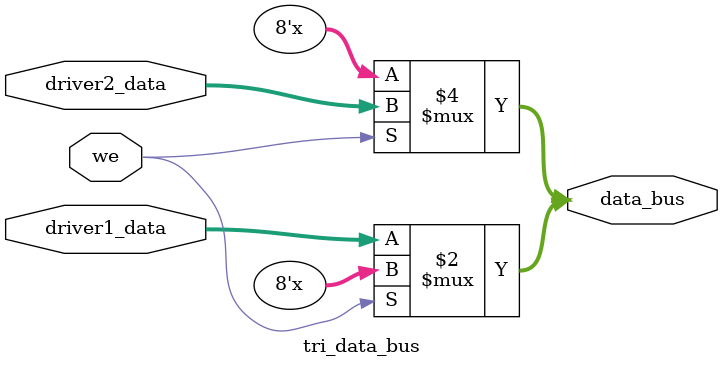
<source format=v>
`timescale 1ns / 1ps
module tri_data_bus(
    input we,               
    input [7:0] driver1_data,
    input [7:0] driver2_data,
    output tri [7:0] data_bus
);

    assign data_bus = (we == 0) ? driver1_data : 8'bz;

    assign data_bus = (we == 1) ? driver2_data : 8'bz;

endmodule

</source>
